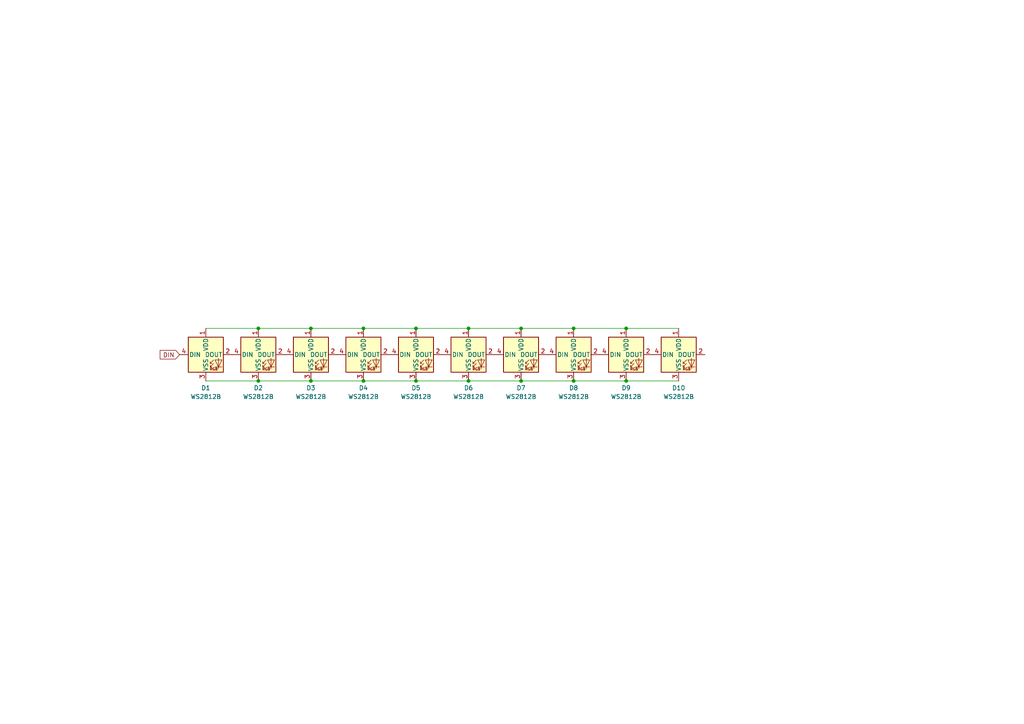
<source format=kicad_sch>
(kicad_sch (version 20231120) (generator "eeschema") (generator_version "8.0")
  (paper "A4")
  (lib_symbols
    (symbol "LED:WS2812B" (pin_names (offset 0.254))
      (property "Reference" "D" (at 5.08 5.715 0))
      (property "Value" "WS2812B" (at 1.27 -5.715 0))
      (symbol "WS2812B_0_0"
        (text "RGB" (at 2.286 -4.191 0) (effects (font (size 0.762 0.762))))
      )
      (symbol "WS2812B_0_1"
        (polyline (pts (xy 1.27 -3.556) (xy 1.778 -3.556)))
        (polyline (pts (xy 1.27 -2.54) (xy 1.778 -2.54)))
        (polyline (pts (xy 4.699 -3.556) (xy 2.667 -3.556)))
        (polyline (pts (xy 2.286 -2.54) (xy 1.27 -3.556) (xy 1.27 -3.048)))
        (polyline (pts (xy 2.286 -1.524) (xy 1.27 -2.54) (xy 1.27 -2.032)))
        (polyline (pts (xy 3.683 -1.016) (xy 3.683 -3.556) (xy 3.683 -4.064)))
        (polyline (pts (xy 4.699 -1.524) (xy 2.667 -1.524) (xy 3.683 -3.556) (xy 4.699 -1.524)))
        (rectangle (start 5.08 5.08) (end -5.08 -5.08) (stroke (width 0.254)) (fill (type background)))
      )
      (symbol "WS2812B_1_1"
        (pin power_in line (at 0 7.62 270) (length 2.54) (name "VDD") (number "1"))
        (pin output line (at 7.62 0 180) (length 2.54) (name "DOUT") (number "2"))
        (pin power_in line (at 0 -7.62 90) (length 2.54) (name "VSS") (number "3"))
        (pin input line (at -7.62 0 0) (length 2.54) (name "DIN") (number "4"))
      )
    )
  )
  (junction (at 90.17 110.49))
  (junction (at 135.89 95.25))
  (junction (at 120.65 95.25))
  (junction (at 151.13 110.49))
  (junction (at 74.93 110.49))
  (junction (at 120.65 110.49))
  (junction (at 90.17 95.25))
  (junction (at 166.37 95.25))
  (junction (at 105.41 110.49))
  (junction (at 135.89 110.49))
  (junction (at 166.37 110.49))
  (junction (at 181.61 95.25))
  (junction (at 151.13 95.25))
  (junction (at 105.41 95.25))
  (junction (at 74.93 95.25))
  (junction (at 181.61 110.49))
  (wire (pts (xy 120.65 95.25) (xy 135.89 95.25)))
  (wire (pts (xy 90.17 95.25) (xy 105.41 95.25)))
  (wire (pts (xy 181.61 95.25) (xy 196.85 95.25)))
  (wire (pts (xy 181.61 110.49) (xy 196.85 110.49)))
  (wire (pts (xy 120.65 110.49) (xy 135.89 110.49)))
  (wire (pts (xy 59.69 110.49) (xy 74.93 110.49)))
  (wire (pts (xy 166.37 95.25) (xy 181.61 95.25)))
  (wire (pts (xy 166.37 110.49) (xy 181.61 110.49)))
  (wire (pts (xy 135.89 95.25) (xy 151.13 95.25)))
  (wire (pts (xy 105.41 95.25) (xy 120.65 95.25)))
  (wire (pts (xy 135.89 110.49) (xy 151.13 110.49)))
  (wire (pts (xy 74.93 110.49) (xy 90.17 110.49)))
  (wire (pts (xy 151.13 110.49) (xy 166.37 110.49)))
  (wire (pts (xy 59.69 95.25) (xy 74.93 95.25)))
  (wire (pts (xy 74.93 95.25) (xy 90.17 95.25)))
  (wire (pts (xy 90.17 110.49) (xy 105.41 110.49)))
  (wire (pts (xy 105.41 110.49) (xy 120.65 110.49)))
  (wire (pts (xy 151.13 95.25) (xy 166.37 95.25)))
  (global_label "DIN" (shape input) (at 52.07 102.87 180) (property "Intersheetrefs" "${INTERSHEET_REFS}" (effects (hide yes))))
  (symbol (lib_id "LED:WS2812B") (at 196.85 102.87 0) (unit 1)
    (property "Reference" "D10" (at 196.85 112.522 0))
    (property "Value" "WS2812B" (at 196.85 115.062 0))
    (property "Footprint" "LED_SMD:LED_WS2812B_PLCC4_5.0x5.0mm_P3.2mm" (effects (hide yes)))
    (property "Datasheet" "https://cdn-shop.adafruit.com/datasheets/WS2812B.pdf" (effects (hide yes)))
    (property "Description" "RGB LED with integrated controller" (effects (hide yes)))
  )
  (symbol (lib_id "LED:WS2812B") (at 59.69 102.87 0) (unit 1)
    (property "Reference" "D1" (at 59.69 112.522 0))
    (property "Value" "WS2812B" (at 59.69 115.062 0))
    (property "Footprint" "LED_SMD:LED_WS2812B_PLCC4_5.0x5.0mm_P3.2mm" (effects (hide yes)))
    (property "Datasheet" "https://cdn-shop.adafruit.com/datasheets/WS2812B.pdf" (effects (hide yes)))
    (property "Description" "RGB LED with integrated controller" (effects (hide yes)))
  )
  (symbol (lib_id "LED:WS2812B") (at 90.17 102.87 0) (unit 1)
    (property "Reference" "D3" (at 90.17 112.522 0))
    (property "Value" "WS2812B" (at 90.17 115.062 0))
    (property "Footprint" "LED_SMD:LED_WS2812B_PLCC4_5.0x5.0mm_P3.2mm" (effects (hide yes)))
    (property "Datasheet" "https://cdn-shop.adafruit.com/datasheets/WS2812B.pdf" (effects (hide yes)))
    (property "Description" "RGB LED with integrated controller" (effects (hide yes)))
  )
  (symbol (lib_id "LED:WS2812B") (at 135.89 102.87 0) (unit 1)
    (property "Reference" "D6" (at 135.89 112.522 0))
    (property "Value" "WS2812B" (at 135.89 115.062 0))
    (property "Footprint" "LED_SMD:LED_WS2812B_PLCC4_5.0x5.0mm_P3.2mm" (effects (hide yes)))
    (property "Datasheet" "https://cdn-shop.adafruit.com/datasheets/WS2812B.pdf" (effects (hide yes)))
    (property "Description" "RGB LED with integrated controller" (effects (hide yes)))
  )
  (symbol (lib_id "LED:WS2812B") (at 120.65 102.87 0) (unit 1)
    (property "Reference" "D5" (at 120.65 112.522 0))
    (property "Value" "WS2812B" (at 120.65 115.062 0))
    (property "Footprint" "LED_SMD:LED_WS2812B_PLCC4_5.0x5.0mm_P3.2mm" (effects (hide yes)))
    (property "Datasheet" "https://cdn-shop.adafruit.com/datasheets/WS2812B.pdf" (effects (hide yes)))
    (property "Description" "RGB LED with integrated controller" (effects (hide yes)))
  )
  (symbol (lib_id "LED:WS2812B") (at 105.41 102.87 0) (unit 1)
    (property "Reference" "D4" (at 105.41 112.522 0))
    (property "Value" "WS2812B" (at 105.41 115.062 0))
    (property "Footprint" "LED_SMD:LED_WS2812B_PLCC4_5.0x5.0mm_P3.2mm" (effects (hide yes)))
    (property "Datasheet" "https://cdn-shop.adafruit.com/datasheets/WS2812B.pdf" (effects (hide yes)))
    (property "Description" "RGB LED with integrated controller" (effects (hide yes)))
  )
  (symbol (lib_id "LED:WS2812B") (at 181.61 102.87 0) (unit 1)
    (property "Reference" "D9" (at 181.61 112.522 0))
    (property "Value" "WS2812B" (at 181.61 115.062 0))
    (property "Footprint" "LED_SMD:LED_WS2812B_PLCC4_5.0x5.0mm_P3.2mm" (effects (hide yes)))
    (property "Datasheet" "https://cdn-shop.adafruit.com/datasheets/WS2812B.pdf" (effects (hide yes)))
    (property "Description" "RGB LED with integrated controller" (effects (hide yes)))
  )
  (symbol (lib_id "LED:WS2812B") (at 166.37 102.87 0) (unit 1)
    (property "Reference" "D8" (at 166.37 112.522 0))
    (property "Value" "WS2812B" (at 166.37 115.062 0))
    (property "Footprint" "LED_SMD:LED_WS2812B_PLCC4_5.0x5.0mm_P3.2mm" (effects (hide yes)))
    (property "Datasheet" "https://cdn-shop.adafruit.com/datasheets/WS2812B.pdf" (effects (hide yes)))
    (property "Description" "RGB LED with integrated controller" (effects (hide yes)))
  )
  (symbol (lib_id "LED:WS2812B") (at 151.13 102.87 0) (unit 1)
    (property "Reference" "D7" (at 151.13 112.522 0))
    (property "Value" "WS2812B" (at 151.13 115.062 0))
    (property "Footprint" "LED_SMD:LED_WS2812B_PLCC4_5.0x5.0mm_P3.2mm" (effects (hide yes)))
    (property "Datasheet" "https://cdn-shop.adafruit.com/datasheets/WS2812B.pdf" (effects (hide yes)))
    (property "Description" "RGB LED with integrated controller" (effects (hide yes)))
  )
  (symbol (lib_id "LED:WS2812B") (at 74.93 102.87 0) (unit 1)
    (property "Reference" "D2" (at 74.93 112.522 0))
    (property "Value" "WS2812B" (at 74.93 115.062 0))
    (property "Footprint" "LED_SMD:LED_WS2812B_PLCC4_5.0x5.0mm_P3.2mm" (effects (hide yes)))
    (property "Datasheet" "https://cdn-shop.adafruit.com/datasheets/WS2812B.pdf" (effects (hide yes)))
    (property "Description" "RGB LED with integrated controller" (effects (hide yes)))
  )
)
</source>
